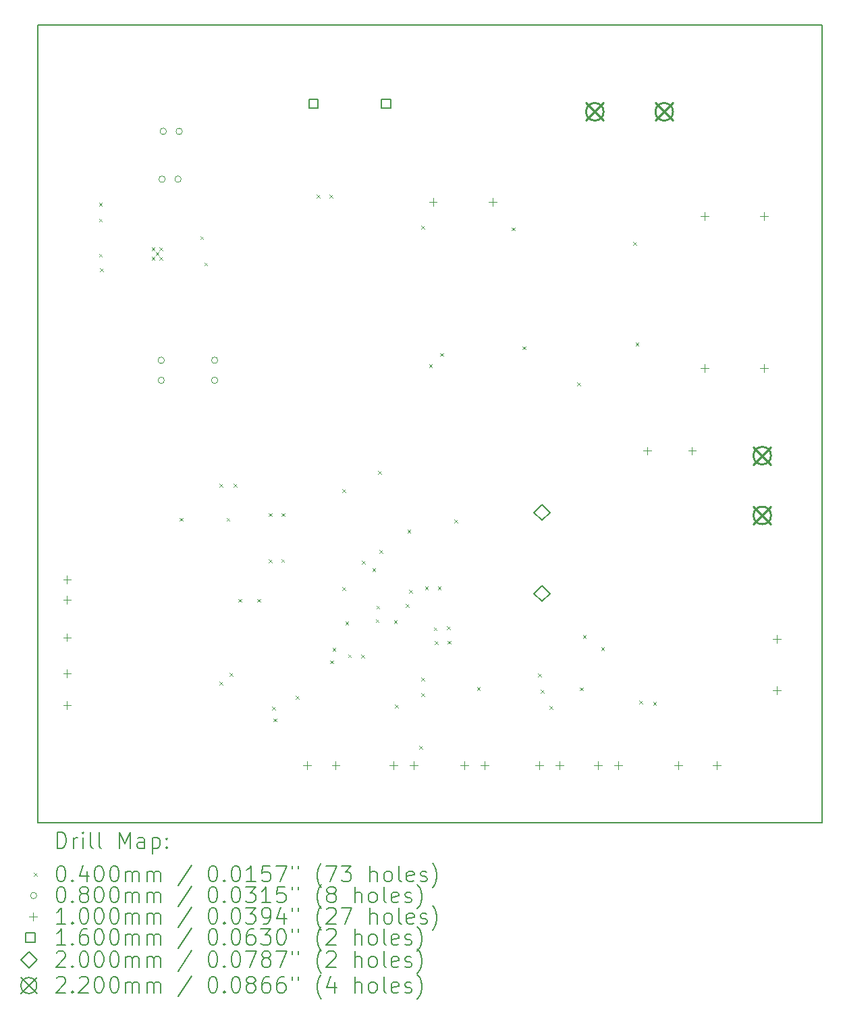
<source format=gbr>
%FSLAX45Y45*%
G04 Gerber Fmt 4.5, Leading zero omitted, Abs format (unit mm)*
G04 Created by KiCad (PCBNEW (6.0.1)) date 2022-03-29 14:06:04*
%MOMM*%
%LPD*%
G01*
G04 APERTURE LIST*
%TA.AperFunction,Profile*%
%ADD10C,0.200000*%
%TD*%
%ADD11C,0.200000*%
%ADD12C,0.040000*%
%ADD13C,0.080000*%
%ADD14C,0.100000*%
%ADD15C,0.160000*%
%ADD16C,0.220000*%
G04 APERTURE END LIST*
D10*
X18700000Y-5200000D02*
X8860000Y-5200000D01*
X8860000Y-5200000D02*
X8860000Y-15200000D01*
X8860000Y-15200000D02*
X18700000Y-15200000D01*
X18700000Y-15200000D02*
X18700000Y-5200000D01*
D11*
D12*
X9630000Y-7430000D02*
X9670000Y-7470000D01*
X9670000Y-7430000D02*
X9630000Y-7470000D01*
X9630000Y-7630000D02*
X9670000Y-7670000D01*
X9670000Y-7630000D02*
X9630000Y-7670000D01*
X9630000Y-8070000D02*
X9670000Y-8110000D01*
X9670000Y-8070000D02*
X9630000Y-8110000D01*
X9640000Y-8250000D02*
X9680000Y-8290000D01*
X9680000Y-8250000D02*
X9640000Y-8290000D01*
X10290000Y-7990000D02*
X10330000Y-8030000D01*
X10330000Y-7990000D02*
X10290000Y-8030000D01*
X10290000Y-8110000D02*
X10330000Y-8150000D01*
X10330000Y-8110000D02*
X10290000Y-8150000D01*
X10340000Y-8050000D02*
X10380000Y-8090000D01*
X10380000Y-8050000D02*
X10340000Y-8090000D01*
X10390000Y-7990000D02*
X10430000Y-8030000D01*
X10430000Y-7990000D02*
X10390000Y-8030000D01*
X10390000Y-8110000D02*
X10430000Y-8150000D01*
X10430000Y-8110000D02*
X10390000Y-8150000D01*
X10640000Y-11380000D02*
X10680000Y-11420000D01*
X10680000Y-11380000D02*
X10640000Y-11420000D01*
X10900000Y-7850000D02*
X10940000Y-7890000D01*
X10940000Y-7850000D02*
X10900000Y-7890000D01*
X10950000Y-8180000D02*
X10990000Y-8220000D01*
X10990000Y-8180000D02*
X10950000Y-8220000D01*
X11140000Y-10950000D02*
X11180000Y-10990000D01*
X11180000Y-10950000D02*
X11140000Y-10990000D01*
X11140000Y-13430000D02*
X11180000Y-13470000D01*
X11180000Y-13430000D02*
X11140000Y-13470000D01*
X11230000Y-11380000D02*
X11270000Y-11420000D01*
X11270000Y-11380000D02*
X11230000Y-11420000D01*
X11270000Y-13320000D02*
X11310000Y-13360000D01*
X11310000Y-13320000D02*
X11270000Y-13360000D01*
X11320000Y-10950000D02*
X11360000Y-10990000D01*
X11360000Y-10950000D02*
X11320000Y-10990000D01*
X11381000Y-12396000D02*
X11421000Y-12436000D01*
X11421000Y-12396000D02*
X11381000Y-12436000D01*
X11614373Y-12395373D02*
X11654373Y-12435373D01*
X11654373Y-12395373D02*
X11614373Y-12435373D01*
X11759000Y-11321000D02*
X11799000Y-11361000D01*
X11799000Y-11321000D02*
X11759000Y-11361000D01*
X11761000Y-11898000D02*
X11801000Y-11938000D01*
X11801000Y-11898000D02*
X11761000Y-11938000D01*
X11800000Y-13745050D02*
X11840000Y-13785050D01*
X11840000Y-13745050D02*
X11800000Y-13785050D01*
X11820000Y-13894950D02*
X11860000Y-13934950D01*
X11860000Y-13894950D02*
X11820000Y-13934950D01*
X11915000Y-11897000D02*
X11955000Y-11937000D01*
X11955000Y-11897000D02*
X11915000Y-11937000D01*
X11922000Y-11321000D02*
X11962000Y-11361000D01*
X11962000Y-11321000D02*
X11922000Y-11361000D01*
X12100000Y-13610000D02*
X12140000Y-13650000D01*
X12140000Y-13610000D02*
X12100000Y-13650000D01*
X12360000Y-7330000D02*
X12400000Y-7370000D01*
X12400000Y-7330000D02*
X12360000Y-7370000D01*
X12520000Y-7330000D02*
X12560000Y-7370000D01*
X12560000Y-7330000D02*
X12520000Y-7370000D01*
X12530000Y-13165950D02*
X12570000Y-13205950D01*
X12570000Y-13165950D02*
X12530000Y-13205950D01*
X12560000Y-13010000D02*
X12600000Y-13050000D01*
X12600000Y-13010000D02*
X12560000Y-13050000D01*
X12680000Y-11020000D02*
X12720000Y-11060000D01*
X12720000Y-11020000D02*
X12680000Y-11060000D01*
X12680000Y-12250000D02*
X12720000Y-12290000D01*
X12720000Y-12250000D02*
X12680000Y-12290000D01*
X12720000Y-12680000D02*
X12760000Y-12720000D01*
X12760000Y-12680000D02*
X12720000Y-12720000D01*
X12753800Y-13091000D02*
X12793800Y-13131000D01*
X12793800Y-13091000D02*
X12753800Y-13131000D01*
X12920000Y-13095000D02*
X12960000Y-13135000D01*
X12960000Y-13095000D02*
X12920000Y-13135000D01*
X12929502Y-11916502D02*
X12969502Y-11956502D01*
X12969502Y-11916502D02*
X12929502Y-11956502D01*
X13058000Y-12010000D02*
X13098000Y-12050000D01*
X13098000Y-12010000D02*
X13058000Y-12050000D01*
X13100000Y-12650000D02*
X13140000Y-12690000D01*
X13140000Y-12650000D02*
X13100000Y-12690000D01*
X13110000Y-12480000D02*
X13150000Y-12520000D01*
X13150000Y-12480000D02*
X13110000Y-12520000D01*
X13130000Y-10790000D02*
X13170000Y-10830000D01*
X13170000Y-10790000D02*
X13130000Y-10830000D01*
X13150000Y-11780000D02*
X13190000Y-11820000D01*
X13190000Y-11780000D02*
X13150000Y-11820000D01*
X13330000Y-12660000D02*
X13370000Y-12700000D01*
X13370000Y-12660000D02*
X13330000Y-12700000D01*
X13340000Y-13720450D02*
X13380000Y-13760450D01*
X13380000Y-13720450D02*
X13340000Y-13760450D01*
X13480000Y-12458450D02*
X13520000Y-12498450D01*
X13520000Y-12458450D02*
X13480000Y-12498450D01*
X13500000Y-11530000D02*
X13540000Y-11570000D01*
X13540000Y-11530000D02*
X13500000Y-11570000D01*
X13520000Y-12280000D02*
X13560000Y-12320000D01*
X13560000Y-12280000D02*
X13520000Y-12320000D01*
X13650000Y-14240000D02*
X13690000Y-14280000D01*
X13690000Y-14240000D02*
X13650000Y-14280000D01*
X13670000Y-7720000D02*
X13710000Y-7760000D01*
X13710000Y-7720000D02*
X13670000Y-7760000D01*
X13670000Y-13580000D02*
X13710000Y-13620000D01*
X13710000Y-13580000D02*
X13670000Y-13620000D01*
X13674950Y-13380000D02*
X13714950Y-13420000D01*
X13714950Y-13380000D02*
X13674950Y-13420000D01*
X13720000Y-12240000D02*
X13760000Y-12280000D01*
X13760000Y-12240000D02*
X13720000Y-12280000D01*
X13770000Y-9455000D02*
X13810000Y-9495000D01*
X13810000Y-9455000D02*
X13770000Y-9495000D01*
X13828877Y-12751123D02*
X13868877Y-12791123D01*
X13868877Y-12751123D02*
X13828877Y-12791123D01*
X13839000Y-12926000D02*
X13879000Y-12966000D01*
X13879000Y-12926000D02*
X13839000Y-12966000D01*
X13880000Y-12240000D02*
X13920000Y-12280000D01*
X13920000Y-12240000D02*
X13880000Y-12280000D01*
X13910000Y-9315000D02*
X13950000Y-9355000D01*
X13950000Y-9315000D02*
X13910000Y-9355000D01*
X13994950Y-12740925D02*
X14034950Y-12780925D01*
X14034950Y-12740925D02*
X13994950Y-12780925D01*
X14000000Y-12920000D02*
X14040000Y-12960000D01*
X14040000Y-12920000D02*
X14000000Y-12960000D01*
X14090000Y-11400000D02*
X14130000Y-11440000D01*
X14130000Y-11400000D02*
X14090000Y-11440000D01*
X14370000Y-13500000D02*
X14410000Y-13540000D01*
X14410000Y-13500000D02*
X14370000Y-13540000D01*
X14810000Y-7740000D02*
X14850000Y-7780000D01*
X14850000Y-7740000D02*
X14810000Y-7780000D01*
X14940000Y-9230000D02*
X14980000Y-9270000D01*
X14980000Y-9230000D02*
X14940000Y-9270000D01*
X15140000Y-13330000D02*
X15180000Y-13370000D01*
X15180000Y-13330000D02*
X15140000Y-13370000D01*
X15172000Y-13534000D02*
X15212000Y-13574000D01*
X15212000Y-13534000D02*
X15172000Y-13574000D01*
X15280000Y-13740000D02*
X15320000Y-13780000D01*
X15320000Y-13740000D02*
X15280000Y-13780000D01*
X15630000Y-9680000D02*
X15670000Y-9720000D01*
X15670000Y-9680000D02*
X15630000Y-9720000D01*
X15665000Y-13506000D02*
X15705000Y-13546000D01*
X15705000Y-13506000D02*
X15665000Y-13546000D01*
X15700000Y-12850000D02*
X15740000Y-12890000D01*
X15740000Y-12850000D02*
X15700000Y-12890000D01*
X15930000Y-13000000D02*
X15970000Y-13040000D01*
X15970000Y-13000000D02*
X15930000Y-13040000D01*
X16330000Y-7920000D02*
X16370000Y-7960000D01*
X16370000Y-7920000D02*
X16330000Y-7960000D01*
X16360000Y-9180000D02*
X16400000Y-9220000D01*
X16400000Y-9180000D02*
X16360000Y-9220000D01*
X16410000Y-13670000D02*
X16450000Y-13710000D01*
X16450000Y-13670000D02*
X16410000Y-13710000D01*
X16580000Y-13690000D02*
X16620000Y-13730000D01*
X16620000Y-13690000D02*
X16580000Y-13730000D01*
D13*
X10450000Y-9405511D02*
G75*
G03*
X10450000Y-9405511I-40000J0D01*
G01*
X10450000Y-9655511D02*
G75*
G03*
X10450000Y-9655511I-40000J0D01*
G01*
X10461023Y-7135000D02*
G75*
G03*
X10461023Y-7135000I-40000J0D01*
G01*
X10475511Y-6535000D02*
G75*
G03*
X10475511Y-6535000I-40000J0D01*
G01*
X10661023Y-7135000D02*
G75*
G03*
X10661023Y-7135000I-40000J0D01*
G01*
X10675511Y-6535000D02*
G75*
G03*
X10675511Y-6535000I-40000J0D01*
G01*
X11121000Y-9405000D02*
G75*
G03*
X11121000Y-9405000I-40000J0D01*
G01*
X11121000Y-9655000D02*
G75*
G03*
X11121000Y-9655000I-40000J0D01*
G01*
D14*
X9230000Y-12100000D02*
X9230000Y-12200000D01*
X9180000Y-12150000D02*
X9280000Y-12150000D01*
X9230000Y-12354000D02*
X9230000Y-12454000D01*
X9180000Y-12404000D02*
X9280000Y-12404000D01*
X9230000Y-12827500D02*
X9230000Y-12927500D01*
X9180000Y-12877500D02*
X9280000Y-12877500D01*
X9230000Y-13277500D02*
X9230000Y-13377500D01*
X9180000Y-13327500D02*
X9280000Y-13327500D01*
X9230000Y-13677500D02*
X9230000Y-13777500D01*
X9180000Y-13727500D02*
X9280000Y-13727500D01*
X12240000Y-14430000D02*
X12240000Y-14530000D01*
X12190000Y-14480000D02*
X12290000Y-14480000D01*
X12600000Y-14430000D02*
X12600000Y-14530000D01*
X12550000Y-14480000D02*
X12650000Y-14480000D01*
X13322500Y-14430000D02*
X13322500Y-14530000D01*
X13272500Y-14480000D02*
X13372500Y-14480000D01*
X13576500Y-14430000D02*
X13576500Y-14530000D01*
X13526500Y-14480000D02*
X13626500Y-14480000D01*
X13820000Y-7370000D02*
X13820000Y-7470000D01*
X13770000Y-7420000D02*
X13870000Y-7420000D01*
X14213500Y-14430000D02*
X14213500Y-14530000D01*
X14163500Y-14480000D02*
X14263500Y-14480000D01*
X14467500Y-14430000D02*
X14467500Y-14530000D01*
X14417500Y-14480000D02*
X14517500Y-14480000D01*
X14570000Y-7370000D02*
X14570000Y-7470000D01*
X14520000Y-7420000D02*
X14620000Y-7420000D01*
X15152500Y-14430000D02*
X15152500Y-14530000D01*
X15102500Y-14480000D02*
X15202500Y-14480000D01*
X15406500Y-14430000D02*
X15406500Y-14530000D01*
X15356500Y-14480000D02*
X15456500Y-14480000D01*
X15892500Y-14430000D02*
X15892500Y-14530000D01*
X15842500Y-14480000D02*
X15942500Y-14480000D01*
X16146500Y-14430000D02*
X16146500Y-14530000D01*
X16096500Y-14480000D02*
X16196500Y-14480000D01*
X16510000Y-10490000D02*
X16510000Y-10590000D01*
X16460000Y-10540000D02*
X16560000Y-10540000D01*
X16900000Y-14430000D02*
X16900000Y-14530000D01*
X16850000Y-14480000D02*
X16950000Y-14480000D01*
X17070000Y-10490000D02*
X17070000Y-10590000D01*
X17020000Y-10540000D02*
X17120000Y-10540000D01*
X17225000Y-7550000D02*
X17225000Y-7650000D01*
X17175000Y-7600000D02*
X17275000Y-7600000D01*
X17225000Y-9450000D02*
X17225000Y-9550000D01*
X17175000Y-9500000D02*
X17275000Y-9500000D01*
X17380000Y-14430000D02*
X17380000Y-14530000D01*
X17330000Y-14480000D02*
X17430000Y-14480000D01*
X17975000Y-7550000D02*
X17975000Y-7650000D01*
X17925000Y-7600000D02*
X18025000Y-7600000D01*
X17975000Y-9450000D02*
X17975000Y-9550000D01*
X17925000Y-9500000D02*
X18025000Y-9500000D01*
X18130000Y-12850000D02*
X18130000Y-12950000D01*
X18080000Y-12900000D02*
X18180000Y-12900000D01*
X18130000Y-13490000D02*
X18130000Y-13590000D01*
X18080000Y-13540000D02*
X18180000Y-13540000D01*
D15*
X12376569Y-6246569D02*
X12376569Y-6133431D01*
X12263431Y-6133431D01*
X12263431Y-6246569D01*
X12376569Y-6246569D01*
X13286569Y-6246569D02*
X13286569Y-6133431D01*
X13173431Y-6133431D01*
X13173431Y-6246569D01*
X13286569Y-6246569D01*
D11*
X15185000Y-11412000D02*
X15285000Y-11312000D01*
X15185000Y-11212000D01*
X15085000Y-11312000D01*
X15185000Y-11412000D01*
X15185000Y-12428000D02*
X15285000Y-12328000D01*
X15185000Y-12228000D01*
X15085000Y-12328000D01*
X15185000Y-12428000D01*
D16*
X15740000Y-6180000D02*
X15960000Y-6400000D01*
X15960000Y-6180000D02*
X15740000Y-6400000D01*
X15960000Y-6290000D02*
G75*
G03*
X15960000Y-6290000I-110000J0D01*
G01*
X16610000Y-6180000D02*
X16830000Y-6400000D01*
X16830000Y-6180000D02*
X16610000Y-6400000D01*
X16830000Y-6290000D02*
G75*
G03*
X16830000Y-6290000I-110000J0D01*
G01*
X17840000Y-10490000D02*
X18060000Y-10710000D01*
X18060000Y-10490000D02*
X17840000Y-10710000D01*
X18060000Y-10600000D02*
G75*
G03*
X18060000Y-10600000I-110000J0D01*
G01*
X17840000Y-11240000D02*
X18060000Y-11460000D01*
X18060000Y-11240000D02*
X17840000Y-11460000D01*
X18060000Y-11350000D02*
G75*
G03*
X18060000Y-11350000I-110000J0D01*
G01*
D11*
X9107619Y-15520476D02*
X9107619Y-15320476D01*
X9155238Y-15320476D01*
X9183810Y-15330000D01*
X9202857Y-15349048D01*
X9212381Y-15368095D01*
X9221905Y-15406190D01*
X9221905Y-15434762D01*
X9212381Y-15472857D01*
X9202857Y-15491905D01*
X9183810Y-15510952D01*
X9155238Y-15520476D01*
X9107619Y-15520476D01*
X9307619Y-15520476D02*
X9307619Y-15387143D01*
X9307619Y-15425238D02*
X9317143Y-15406190D01*
X9326667Y-15396667D01*
X9345714Y-15387143D01*
X9364762Y-15387143D01*
X9431429Y-15520476D02*
X9431429Y-15387143D01*
X9431429Y-15320476D02*
X9421905Y-15330000D01*
X9431429Y-15339524D01*
X9440952Y-15330000D01*
X9431429Y-15320476D01*
X9431429Y-15339524D01*
X9555238Y-15520476D02*
X9536190Y-15510952D01*
X9526667Y-15491905D01*
X9526667Y-15320476D01*
X9660000Y-15520476D02*
X9640952Y-15510952D01*
X9631429Y-15491905D01*
X9631429Y-15320476D01*
X9888571Y-15520476D02*
X9888571Y-15320476D01*
X9955238Y-15463333D01*
X10021905Y-15320476D01*
X10021905Y-15520476D01*
X10202857Y-15520476D02*
X10202857Y-15415714D01*
X10193333Y-15396667D01*
X10174286Y-15387143D01*
X10136190Y-15387143D01*
X10117143Y-15396667D01*
X10202857Y-15510952D02*
X10183810Y-15520476D01*
X10136190Y-15520476D01*
X10117143Y-15510952D01*
X10107619Y-15491905D01*
X10107619Y-15472857D01*
X10117143Y-15453809D01*
X10136190Y-15444286D01*
X10183810Y-15444286D01*
X10202857Y-15434762D01*
X10298095Y-15387143D02*
X10298095Y-15587143D01*
X10298095Y-15396667D02*
X10317143Y-15387143D01*
X10355238Y-15387143D01*
X10374286Y-15396667D01*
X10383810Y-15406190D01*
X10393333Y-15425238D01*
X10393333Y-15482381D01*
X10383810Y-15501428D01*
X10374286Y-15510952D01*
X10355238Y-15520476D01*
X10317143Y-15520476D01*
X10298095Y-15510952D01*
X10479048Y-15501428D02*
X10488571Y-15510952D01*
X10479048Y-15520476D01*
X10469524Y-15510952D01*
X10479048Y-15501428D01*
X10479048Y-15520476D01*
X10479048Y-15396667D02*
X10488571Y-15406190D01*
X10479048Y-15415714D01*
X10469524Y-15406190D01*
X10479048Y-15396667D01*
X10479048Y-15415714D01*
D12*
X8810000Y-15830000D02*
X8850000Y-15870000D01*
X8850000Y-15830000D02*
X8810000Y-15870000D01*
D11*
X9145714Y-15740476D02*
X9164762Y-15740476D01*
X9183810Y-15750000D01*
X9193333Y-15759524D01*
X9202857Y-15778571D01*
X9212381Y-15816667D01*
X9212381Y-15864286D01*
X9202857Y-15902381D01*
X9193333Y-15921428D01*
X9183810Y-15930952D01*
X9164762Y-15940476D01*
X9145714Y-15940476D01*
X9126667Y-15930952D01*
X9117143Y-15921428D01*
X9107619Y-15902381D01*
X9098095Y-15864286D01*
X9098095Y-15816667D01*
X9107619Y-15778571D01*
X9117143Y-15759524D01*
X9126667Y-15750000D01*
X9145714Y-15740476D01*
X9298095Y-15921428D02*
X9307619Y-15930952D01*
X9298095Y-15940476D01*
X9288571Y-15930952D01*
X9298095Y-15921428D01*
X9298095Y-15940476D01*
X9479048Y-15807143D02*
X9479048Y-15940476D01*
X9431429Y-15730952D02*
X9383810Y-15873809D01*
X9507619Y-15873809D01*
X9621905Y-15740476D02*
X9640952Y-15740476D01*
X9660000Y-15750000D01*
X9669524Y-15759524D01*
X9679048Y-15778571D01*
X9688571Y-15816667D01*
X9688571Y-15864286D01*
X9679048Y-15902381D01*
X9669524Y-15921428D01*
X9660000Y-15930952D01*
X9640952Y-15940476D01*
X9621905Y-15940476D01*
X9602857Y-15930952D01*
X9593333Y-15921428D01*
X9583810Y-15902381D01*
X9574286Y-15864286D01*
X9574286Y-15816667D01*
X9583810Y-15778571D01*
X9593333Y-15759524D01*
X9602857Y-15750000D01*
X9621905Y-15740476D01*
X9812381Y-15740476D02*
X9831429Y-15740476D01*
X9850476Y-15750000D01*
X9860000Y-15759524D01*
X9869524Y-15778571D01*
X9879048Y-15816667D01*
X9879048Y-15864286D01*
X9869524Y-15902381D01*
X9860000Y-15921428D01*
X9850476Y-15930952D01*
X9831429Y-15940476D01*
X9812381Y-15940476D01*
X9793333Y-15930952D01*
X9783810Y-15921428D01*
X9774286Y-15902381D01*
X9764762Y-15864286D01*
X9764762Y-15816667D01*
X9774286Y-15778571D01*
X9783810Y-15759524D01*
X9793333Y-15750000D01*
X9812381Y-15740476D01*
X9964762Y-15940476D02*
X9964762Y-15807143D01*
X9964762Y-15826190D02*
X9974286Y-15816667D01*
X9993333Y-15807143D01*
X10021905Y-15807143D01*
X10040952Y-15816667D01*
X10050476Y-15835714D01*
X10050476Y-15940476D01*
X10050476Y-15835714D02*
X10060000Y-15816667D01*
X10079048Y-15807143D01*
X10107619Y-15807143D01*
X10126667Y-15816667D01*
X10136190Y-15835714D01*
X10136190Y-15940476D01*
X10231429Y-15940476D02*
X10231429Y-15807143D01*
X10231429Y-15826190D02*
X10240952Y-15816667D01*
X10260000Y-15807143D01*
X10288571Y-15807143D01*
X10307619Y-15816667D01*
X10317143Y-15835714D01*
X10317143Y-15940476D01*
X10317143Y-15835714D02*
X10326667Y-15816667D01*
X10345714Y-15807143D01*
X10374286Y-15807143D01*
X10393333Y-15816667D01*
X10402857Y-15835714D01*
X10402857Y-15940476D01*
X10793333Y-15730952D02*
X10621905Y-15988095D01*
X11050476Y-15740476D02*
X11069524Y-15740476D01*
X11088571Y-15750000D01*
X11098095Y-15759524D01*
X11107619Y-15778571D01*
X11117143Y-15816667D01*
X11117143Y-15864286D01*
X11107619Y-15902381D01*
X11098095Y-15921428D01*
X11088571Y-15930952D01*
X11069524Y-15940476D01*
X11050476Y-15940476D01*
X11031429Y-15930952D01*
X11021905Y-15921428D01*
X11012381Y-15902381D01*
X11002857Y-15864286D01*
X11002857Y-15816667D01*
X11012381Y-15778571D01*
X11021905Y-15759524D01*
X11031429Y-15750000D01*
X11050476Y-15740476D01*
X11202857Y-15921428D02*
X11212381Y-15930952D01*
X11202857Y-15940476D01*
X11193333Y-15930952D01*
X11202857Y-15921428D01*
X11202857Y-15940476D01*
X11336190Y-15740476D02*
X11355238Y-15740476D01*
X11374286Y-15750000D01*
X11383809Y-15759524D01*
X11393333Y-15778571D01*
X11402857Y-15816667D01*
X11402857Y-15864286D01*
X11393333Y-15902381D01*
X11383809Y-15921428D01*
X11374286Y-15930952D01*
X11355238Y-15940476D01*
X11336190Y-15940476D01*
X11317143Y-15930952D01*
X11307619Y-15921428D01*
X11298095Y-15902381D01*
X11288571Y-15864286D01*
X11288571Y-15816667D01*
X11298095Y-15778571D01*
X11307619Y-15759524D01*
X11317143Y-15750000D01*
X11336190Y-15740476D01*
X11593333Y-15940476D02*
X11479048Y-15940476D01*
X11536190Y-15940476D02*
X11536190Y-15740476D01*
X11517143Y-15769048D01*
X11498095Y-15788095D01*
X11479048Y-15797619D01*
X11774286Y-15740476D02*
X11679048Y-15740476D01*
X11669524Y-15835714D01*
X11679048Y-15826190D01*
X11698095Y-15816667D01*
X11745714Y-15816667D01*
X11764762Y-15826190D01*
X11774286Y-15835714D01*
X11783809Y-15854762D01*
X11783809Y-15902381D01*
X11774286Y-15921428D01*
X11764762Y-15930952D01*
X11745714Y-15940476D01*
X11698095Y-15940476D01*
X11679048Y-15930952D01*
X11669524Y-15921428D01*
X11850476Y-15740476D02*
X11983809Y-15740476D01*
X11898095Y-15940476D01*
X12050476Y-15740476D02*
X12050476Y-15778571D01*
X12126667Y-15740476D02*
X12126667Y-15778571D01*
X12421905Y-16016667D02*
X12412381Y-16007143D01*
X12393333Y-15978571D01*
X12383809Y-15959524D01*
X12374286Y-15930952D01*
X12364762Y-15883333D01*
X12364762Y-15845238D01*
X12374286Y-15797619D01*
X12383809Y-15769048D01*
X12393333Y-15750000D01*
X12412381Y-15721428D01*
X12421905Y-15711905D01*
X12479048Y-15740476D02*
X12612381Y-15740476D01*
X12526667Y-15940476D01*
X12669524Y-15740476D02*
X12793333Y-15740476D01*
X12726667Y-15816667D01*
X12755238Y-15816667D01*
X12774286Y-15826190D01*
X12783809Y-15835714D01*
X12793333Y-15854762D01*
X12793333Y-15902381D01*
X12783809Y-15921428D01*
X12774286Y-15930952D01*
X12755238Y-15940476D01*
X12698095Y-15940476D01*
X12679048Y-15930952D01*
X12669524Y-15921428D01*
X13031428Y-15940476D02*
X13031428Y-15740476D01*
X13117143Y-15940476D02*
X13117143Y-15835714D01*
X13107619Y-15816667D01*
X13088571Y-15807143D01*
X13060000Y-15807143D01*
X13040952Y-15816667D01*
X13031428Y-15826190D01*
X13240952Y-15940476D02*
X13221905Y-15930952D01*
X13212381Y-15921428D01*
X13202857Y-15902381D01*
X13202857Y-15845238D01*
X13212381Y-15826190D01*
X13221905Y-15816667D01*
X13240952Y-15807143D01*
X13269524Y-15807143D01*
X13288571Y-15816667D01*
X13298095Y-15826190D01*
X13307619Y-15845238D01*
X13307619Y-15902381D01*
X13298095Y-15921428D01*
X13288571Y-15930952D01*
X13269524Y-15940476D01*
X13240952Y-15940476D01*
X13421905Y-15940476D02*
X13402857Y-15930952D01*
X13393333Y-15911905D01*
X13393333Y-15740476D01*
X13574286Y-15930952D02*
X13555238Y-15940476D01*
X13517143Y-15940476D01*
X13498095Y-15930952D01*
X13488571Y-15911905D01*
X13488571Y-15835714D01*
X13498095Y-15816667D01*
X13517143Y-15807143D01*
X13555238Y-15807143D01*
X13574286Y-15816667D01*
X13583809Y-15835714D01*
X13583809Y-15854762D01*
X13488571Y-15873809D01*
X13660000Y-15930952D02*
X13679048Y-15940476D01*
X13717143Y-15940476D01*
X13736190Y-15930952D01*
X13745714Y-15911905D01*
X13745714Y-15902381D01*
X13736190Y-15883333D01*
X13717143Y-15873809D01*
X13688571Y-15873809D01*
X13669524Y-15864286D01*
X13660000Y-15845238D01*
X13660000Y-15835714D01*
X13669524Y-15816667D01*
X13688571Y-15807143D01*
X13717143Y-15807143D01*
X13736190Y-15816667D01*
X13812381Y-16016667D02*
X13821905Y-16007143D01*
X13840952Y-15978571D01*
X13850476Y-15959524D01*
X13860000Y-15930952D01*
X13869524Y-15883333D01*
X13869524Y-15845238D01*
X13860000Y-15797619D01*
X13850476Y-15769048D01*
X13840952Y-15750000D01*
X13821905Y-15721428D01*
X13812381Y-15711905D01*
D13*
X8850000Y-16114000D02*
G75*
G03*
X8850000Y-16114000I-40000J0D01*
G01*
D11*
X9145714Y-16004476D02*
X9164762Y-16004476D01*
X9183810Y-16014000D01*
X9193333Y-16023524D01*
X9202857Y-16042571D01*
X9212381Y-16080667D01*
X9212381Y-16128286D01*
X9202857Y-16166381D01*
X9193333Y-16185428D01*
X9183810Y-16194952D01*
X9164762Y-16204476D01*
X9145714Y-16204476D01*
X9126667Y-16194952D01*
X9117143Y-16185428D01*
X9107619Y-16166381D01*
X9098095Y-16128286D01*
X9098095Y-16080667D01*
X9107619Y-16042571D01*
X9117143Y-16023524D01*
X9126667Y-16014000D01*
X9145714Y-16004476D01*
X9298095Y-16185428D02*
X9307619Y-16194952D01*
X9298095Y-16204476D01*
X9288571Y-16194952D01*
X9298095Y-16185428D01*
X9298095Y-16204476D01*
X9421905Y-16090190D02*
X9402857Y-16080667D01*
X9393333Y-16071143D01*
X9383810Y-16052095D01*
X9383810Y-16042571D01*
X9393333Y-16023524D01*
X9402857Y-16014000D01*
X9421905Y-16004476D01*
X9460000Y-16004476D01*
X9479048Y-16014000D01*
X9488571Y-16023524D01*
X9498095Y-16042571D01*
X9498095Y-16052095D01*
X9488571Y-16071143D01*
X9479048Y-16080667D01*
X9460000Y-16090190D01*
X9421905Y-16090190D01*
X9402857Y-16099714D01*
X9393333Y-16109238D01*
X9383810Y-16128286D01*
X9383810Y-16166381D01*
X9393333Y-16185428D01*
X9402857Y-16194952D01*
X9421905Y-16204476D01*
X9460000Y-16204476D01*
X9479048Y-16194952D01*
X9488571Y-16185428D01*
X9498095Y-16166381D01*
X9498095Y-16128286D01*
X9488571Y-16109238D01*
X9479048Y-16099714D01*
X9460000Y-16090190D01*
X9621905Y-16004476D02*
X9640952Y-16004476D01*
X9660000Y-16014000D01*
X9669524Y-16023524D01*
X9679048Y-16042571D01*
X9688571Y-16080667D01*
X9688571Y-16128286D01*
X9679048Y-16166381D01*
X9669524Y-16185428D01*
X9660000Y-16194952D01*
X9640952Y-16204476D01*
X9621905Y-16204476D01*
X9602857Y-16194952D01*
X9593333Y-16185428D01*
X9583810Y-16166381D01*
X9574286Y-16128286D01*
X9574286Y-16080667D01*
X9583810Y-16042571D01*
X9593333Y-16023524D01*
X9602857Y-16014000D01*
X9621905Y-16004476D01*
X9812381Y-16004476D02*
X9831429Y-16004476D01*
X9850476Y-16014000D01*
X9860000Y-16023524D01*
X9869524Y-16042571D01*
X9879048Y-16080667D01*
X9879048Y-16128286D01*
X9869524Y-16166381D01*
X9860000Y-16185428D01*
X9850476Y-16194952D01*
X9831429Y-16204476D01*
X9812381Y-16204476D01*
X9793333Y-16194952D01*
X9783810Y-16185428D01*
X9774286Y-16166381D01*
X9764762Y-16128286D01*
X9764762Y-16080667D01*
X9774286Y-16042571D01*
X9783810Y-16023524D01*
X9793333Y-16014000D01*
X9812381Y-16004476D01*
X9964762Y-16204476D02*
X9964762Y-16071143D01*
X9964762Y-16090190D02*
X9974286Y-16080667D01*
X9993333Y-16071143D01*
X10021905Y-16071143D01*
X10040952Y-16080667D01*
X10050476Y-16099714D01*
X10050476Y-16204476D01*
X10050476Y-16099714D02*
X10060000Y-16080667D01*
X10079048Y-16071143D01*
X10107619Y-16071143D01*
X10126667Y-16080667D01*
X10136190Y-16099714D01*
X10136190Y-16204476D01*
X10231429Y-16204476D02*
X10231429Y-16071143D01*
X10231429Y-16090190D02*
X10240952Y-16080667D01*
X10260000Y-16071143D01*
X10288571Y-16071143D01*
X10307619Y-16080667D01*
X10317143Y-16099714D01*
X10317143Y-16204476D01*
X10317143Y-16099714D02*
X10326667Y-16080667D01*
X10345714Y-16071143D01*
X10374286Y-16071143D01*
X10393333Y-16080667D01*
X10402857Y-16099714D01*
X10402857Y-16204476D01*
X10793333Y-15994952D02*
X10621905Y-16252095D01*
X11050476Y-16004476D02*
X11069524Y-16004476D01*
X11088571Y-16014000D01*
X11098095Y-16023524D01*
X11107619Y-16042571D01*
X11117143Y-16080667D01*
X11117143Y-16128286D01*
X11107619Y-16166381D01*
X11098095Y-16185428D01*
X11088571Y-16194952D01*
X11069524Y-16204476D01*
X11050476Y-16204476D01*
X11031429Y-16194952D01*
X11021905Y-16185428D01*
X11012381Y-16166381D01*
X11002857Y-16128286D01*
X11002857Y-16080667D01*
X11012381Y-16042571D01*
X11021905Y-16023524D01*
X11031429Y-16014000D01*
X11050476Y-16004476D01*
X11202857Y-16185428D02*
X11212381Y-16194952D01*
X11202857Y-16204476D01*
X11193333Y-16194952D01*
X11202857Y-16185428D01*
X11202857Y-16204476D01*
X11336190Y-16004476D02*
X11355238Y-16004476D01*
X11374286Y-16014000D01*
X11383809Y-16023524D01*
X11393333Y-16042571D01*
X11402857Y-16080667D01*
X11402857Y-16128286D01*
X11393333Y-16166381D01*
X11383809Y-16185428D01*
X11374286Y-16194952D01*
X11355238Y-16204476D01*
X11336190Y-16204476D01*
X11317143Y-16194952D01*
X11307619Y-16185428D01*
X11298095Y-16166381D01*
X11288571Y-16128286D01*
X11288571Y-16080667D01*
X11298095Y-16042571D01*
X11307619Y-16023524D01*
X11317143Y-16014000D01*
X11336190Y-16004476D01*
X11469524Y-16004476D02*
X11593333Y-16004476D01*
X11526667Y-16080667D01*
X11555238Y-16080667D01*
X11574286Y-16090190D01*
X11583809Y-16099714D01*
X11593333Y-16118762D01*
X11593333Y-16166381D01*
X11583809Y-16185428D01*
X11574286Y-16194952D01*
X11555238Y-16204476D01*
X11498095Y-16204476D01*
X11479048Y-16194952D01*
X11469524Y-16185428D01*
X11783809Y-16204476D02*
X11669524Y-16204476D01*
X11726667Y-16204476D02*
X11726667Y-16004476D01*
X11707619Y-16033048D01*
X11688571Y-16052095D01*
X11669524Y-16061619D01*
X11964762Y-16004476D02*
X11869524Y-16004476D01*
X11860000Y-16099714D01*
X11869524Y-16090190D01*
X11888571Y-16080667D01*
X11936190Y-16080667D01*
X11955238Y-16090190D01*
X11964762Y-16099714D01*
X11974286Y-16118762D01*
X11974286Y-16166381D01*
X11964762Y-16185428D01*
X11955238Y-16194952D01*
X11936190Y-16204476D01*
X11888571Y-16204476D01*
X11869524Y-16194952D01*
X11860000Y-16185428D01*
X12050476Y-16004476D02*
X12050476Y-16042571D01*
X12126667Y-16004476D02*
X12126667Y-16042571D01*
X12421905Y-16280667D02*
X12412381Y-16271143D01*
X12393333Y-16242571D01*
X12383809Y-16223524D01*
X12374286Y-16194952D01*
X12364762Y-16147333D01*
X12364762Y-16109238D01*
X12374286Y-16061619D01*
X12383809Y-16033048D01*
X12393333Y-16014000D01*
X12412381Y-15985428D01*
X12421905Y-15975905D01*
X12526667Y-16090190D02*
X12507619Y-16080667D01*
X12498095Y-16071143D01*
X12488571Y-16052095D01*
X12488571Y-16042571D01*
X12498095Y-16023524D01*
X12507619Y-16014000D01*
X12526667Y-16004476D01*
X12564762Y-16004476D01*
X12583809Y-16014000D01*
X12593333Y-16023524D01*
X12602857Y-16042571D01*
X12602857Y-16052095D01*
X12593333Y-16071143D01*
X12583809Y-16080667D01*
X12564762Y-16090190D01*
X12526667Y-16090190D01*
X12507619Y-16099714D01*
X12498095Y-16109238D01*
X12488571Y-16128286D01*
X12488571Y-16166381D01*
X12498095Y-16185428D01*
X12507619Y-16194952D01*
X12526667Y-16204476D01*
X12564762Y-16204476D01*
X12583809Y-16194952D01*
X12593333Y-16185428D01*
X12602857Y-16166381D01*
X12602857Y-16128286D01*
X12593333Y-16109238D01*
X12583809Y-16099714D01*
X12564762Y-16090190D01*
X12840952Y-16204476D02*
X12840952Y-16004476D01*
X12926667Y-16204476D02*
X12926667Y-16099714D01*
X12917143Y-16080667D01*
X12898095Y-16071143D01*
X12869524Y-16071143D01*
X12850476Y-16080667D01*
X12840952Y-16090190D01*
X13050476Y-16204476D02*
X13031428Y-16194952D01*
X13021905Y-16185428D01*
X13012381Y-16166381D01*
X13012381Y-16109238D01*
X13021905Y-16090190D01*
X13031428Y-16080667D01*
X13050476Y-16071143D01*
X13079048Y-16071143D01*
X13098095Y-16080667D01*
X13107619Y-16090190D01*
X13117143Y-16109238D01*
X13117143Y-16166381D01*
X13107619Y-16185428D01*
X13098095Y-16194952D01*
X13079048Y-16204476D01*
X13050476Y-16204476D01*
X13231428Y-16204476D02*
X13212381Y-16194952D01*
X13202857Y-16175905D01*
X13202857Y-16004476D01*
X13383809Y-16194952D02*
X13364762Y-16204476D01*
X13326667Y-16204476D01*
X13307619Y-16194952D01*
X13298095Y-16175905D01*
X13298095Y-16099714D01*
X13307619Y-16080667D01*
X13326667Y-16071143D01*
X13364762Y-16071143D01*
X13383809Y-16080667D01*
X13393333Y-16099714D01*
X13393333Y-16118762D01*
X13298095Y-16137809D01*
X13469524Y-16194952D02*
X13488571Y-16204476D01*
X13526667Y-16204476D01*
X13545714Y-16194952D01*
X13555238Y-16175905D01*
X13555238Y-16166381D01*
X13545714Y-16147333D01*
X13526667Y-16137809D01*
X13498095Y-16137809D01*
X13479048Y-16128286D01*
X13469524Y-16109238D01*
X13469524Y-16099714D01*
X13479048Y-16080667D01*
X13498095Y-16071143D01*
X13526667Y-16071143D01*
X13545714Y-16080667D01*
X13621905Y-16280667D02*
X13631428Y-16271143D01*
X13650476Y-16242571D01*
X13660000Y-16223524D01*
X13669524Y-16194952D01*
X13679048Y-16147333D01*
X13679048Y-16109238D01*
X13669524Y-16061619D01*
X13660000Y-16033048D01*
X13650476Y-16014000D01*
X13631428Y-15985428D01*
X13621905Y-15975905D01*
D14*
X8800000Y-16328000D02*
X8800000Y-16428000D01*
X8750000Y-16378000D02*
X8850000Y-16378000D01*
D11*
X9212381Y-16468476D02*
X9098095Y-16468476D01*
X9155238Y-16468476D02*
X9155238Y-16268476D01*
X9136190Y-16297048D01*
X9117143Y-16316095D01*
X9098095Y-16325619D01*
X9298095Y-16449428D02*
X9307619Y-16458952D01*
X9298095Y-16468476D01*
X9288571Y-16458952D01*
X9298095Y-16449428D01*
X9298095Y-16468476D01*
X9431429Y-16268476D02*
X9450476Y-16268476D01*
X9469524Y-16278000D01*
X9479048Y-16287524D01*
X9488571Y-16306571D01*
X9498095Y-16344667D01*
X9498095Y-16392286D01*
X9488571Y-16430381D01*
X9479048Y-16449428D01*
X9469524Y-16458952D01*
X9450476Y-16468476D01*
X9431429Y-16468476D01*
X9412381Y-16458952D01*
X9402857Y-16449428D01*
X9393333Y-16430381D01*
X9383810Y-16392286D01*
X9383810Y-16344667D01*
X9393333Y-16306571D01*
X9402857Y-16287524D01*
X9412381Y-16278000D01*
X9431429Y-16268476D01*
X9621905Y-16268476D02*
X9640952Y-16268476D01*
X9660000Y-16278000D01*
X9669524Y-16287524D01*
X9679048Y-16306571D01*
X9688571Y-16344667D01*
X9688571Y-16392286D01*
X9679048Y-16430381D01*
X9669524Y-16449428D01*
X9660000Y-16458952D01*
X9640952Y-16468476D01*
X9621905Y-16468476D01*
X9602857Y-16458952D01*
X9593333Y-16449428D01*
X9583810Y-16430381D01*
X9574286Y-16392286D01*
X9574286Y-16344667D01*
X9583810Y-16306571D01*
X9593333Y-16287524D01*
X9602857Y-16278000D01*
X9621905Y-16268476D01*
X9812381Y-16268476D02*
X9831429Y-16268476D01*
X9850476Y-16278000D01*
X9860000Y-16287524D01*
X9869524Y-16306571D01*
X9879048Y-16344667D01*
X9879048Y-16392286D01*
X9869524Y-16430381D01*
X9860000Y-16449428D01*
X9850476Y-16458952D01*
X9831429Y-16468476D01*
X9812381Y-16468476D01*
X9793333Y-16458952D01*
X9783810Y-16449428D01*
X9774286Y-16430381D01*
X9764762Y-16392286D01*
X9764762Y-16344667D01*
X9774286Y-16306571D01*
X9783810Y-16287524D01*
X9793333Y-16278000D01*
X9812381Y-16268476D01*
X9964762Y-16468476D02*
X9964762Y-16335143D01*
X9964762Y-16354190D02*
X9974286Y-16344667D01*
X9993333Y-16335143D01*
X10021905Y-16335143D01*
X10040952Y-16344667D01*
X10050476Y-16363714D01*
X10050476Y-16468476D01*
X10050476Y-16363714D02*
X10060000Y-16344667D01*
X10079048Y-16335143D01*
X10107619Y-16335143D01*
X10126667Y-16344667D01*
X10136190Y-16363714D01*
X10136190Y-16468476D01*
X10231429Y-16468476D02*
X10231429Y-16335143D01*
X10231429Y-16354190D02*
X10240952Y-16344667D01*
X10260000Y-16335143D01*
X10288571Y-16335143D01*
X10307619Y-16344667D01*
X10317143Y-16363714D01*
X10317143Y-16468476D01*
X10317143Y-16363714D02*
X10326667Y-16344667D01*
X10345714Y-16335143D01*
X10374286Y-16335143D01*
X10393333Y-16344667D01*
X10402857Y-16363714D01*
X10402857Y-16468476D01*
X10793333Y-16258952D02*
X10621905Y-16516095D01*
X11050476Y-16268476D02*
X11069524Y-16268476D01*
X11088571Y-16278000D01*
X11098095Y-16287524D01*
X11107619Y-16306571D01*
X11117143Y-16344667D01*
X11117143Y-16392286D01*
X11107619Y-16430381D01*
X11098095Y-16449428D01*
X11088571Y-16458952D01*
X11069524Y-16468476D01*
X11050476Y-16468476D01*
X11031429Y-16458952D01*
X11021905Y-16449428D01*
X11012381Y-16430381D01*
X11002857Y-16392286D01*
X11002857Y-16344667D01*
X11012381Y-16306571D01*
X11021905Y-16287524D01*
X11031429Y-16278000D01*
X11050476Y-16268476D01*
X11202857Y-16449428D02*
X11212381Y-16458952D01*
X11202857Y-16468476D01*
X11193333Y-16458952D01*
X11202857Y-16449428D01*
X11202857Y-16468476D01*
X11336190Y-16268476D02*
X11355238Y-16268476D01*
X11374286Y-16278000D01*
X11383809Y-16287524D01*
X11393333Y-16306571D01*
X11402857Y-16344667D01*
X11402857Y-16392286D01*
X11393333Y-16430381D01*
X11383809Y-16449428D01*
X11374286Y-16458952D01*
X11355238Y-16468476D01*
X11336190Y-16468476D01*
X11317143Y-16458952D01*
X11307619Y-16449428D01*
X11298095Y-16430381D01*
X11288571Y-16392286D01*
X11288571Y-16344667D01*
X11298095Y-16306571D01*
X11307619Y-16287524D01*
X11317143Y-16278000D01*
X11336190Y-16268476D01*
X11469524Y-16268476D02*
X11593333Y-16268476D01*
X11526667Y-16344667D01*
X11555238Y-16344667D01*
X11574286Y-16354190D01*
X11583809Y-16363714D01*
X11593333Y-16382762D01*
X11593333Y-16430381D01*
X11583809Y-16449428D01*
X11574286Y-16458952D01*
X11555238Y-16468476D01*
X11498095Y-16468476D01*
X11479048Y-16458952D01*
X11469524Y-16449428D01*
X11688571Y-16468476D02*
X11726667Y-16468476D01*
X11745714Y-16458952D01*
X11755238Y-16449428D01*
X11774286Y-16420857D01*
X11783809Y-16382762D01*
X11783809Y-16306571D01*
X11774286Y-16287524D01*
X11764762Y-16278000D01*
X11745714Y-16268476D01*
X11707619Y-16268476D01*
X11688571Y-16278000D01*
X11679048Y-16287524D01*
X11669524Y-16306571D01*
X11669524Y-16354190D01*
X11679048Y-16373238D01*
X11688571Y-16382762D01*
X11707619Y-16392286D01*
X11745714Y-16392286D01*
X11764762Y-16382762D01*
X11774286Y-16373238D01*
X11783809Y-16354190D01*
X11955238Y-16335143D02*
X11955238Y-16468476D01*
X11907619Y-16258952D02*
X11860000Y-16401809D01*
X11983809Y-16401809D01*
X12050476Y-16268476D02*
X12050476Y-16306571D01*
X12126667Y-16268476D02*
X12126667Y-16306571D01*
X12421905Y-16544667D02*
X12412381Y-16535143D01*
X12393333Y-16506571D01*
X12383809Y-16487524D01*
X12374286Y-16458952D01*
X12364762Y-16411333D01*
X12364762Y-16373238D01*
X12374286Y-16325619D01*
X12383809Y-16297048D01*
X12393333Y-16278000D01*
X12412381Y-16249428D01*
X12421905Y-16239905D01*
X12488571Y-16287524D02*
X12498095Y-16278000D01*
X12517143Y-16268476D01*
X12564762Y-16268476D01*
X12583809Y-16278000D01*
X12593333Y-16287524D01*
X12602857Y-16306571D01*
X12602857Y-16325619D01*
X12593333Y-16354190D01*
X12479048Y-16468476D01*
X12602857Y-16468476D01*
X12669524Y-16268476D02*
X12802857Y-16268476D01*
X12717143Y-16468476D01*
X13031428Y-16468476D02*
X13031428Y-16268476D01*
X13117143Y-16468476D02*
X13117143Y-16363714D01*
X13107619Y-16344667D01*
X13088571Y-16335143D01*
X13060000Y-16335143D01*
X13040952Y-16344667D01*
X13031428Y-16354190D01*
X13240952Y-16468476D02*
X13221905Y-16458952D01*
X13212381Y-16449428D01*
X13202857Y-16430381D01*
X13202857Y-16373238D01*
X13212381Y-16354190D01*
X13221905Y-16344667D01*
X13240952Y-16335143D01*
X13269524Y-16335143D01*
X13288571Y-16344667D01*
X13298095Y-16354190D01*
X13307619Y-16373238D01*
X13307619Y-16430381D01*
X13298095Y-16449428D01*
X13288571Y-16458952D01*
X13269524Y-16468476D01*
X13240952Y-16468476D01*
X13421905Y-16468476D02*
X13402857Y-16458952D01*
X13393333Y-16439905D01*
X13393333Y-16268476D01*
X13574286Y-16458952D02*
X13555238Y-16468476D01*
X13517143Y-16468476D01*
X13498095Y-16458952D01*
X13488571Y-16439905D01*
X13488571Y-16363714D01*
X13498095Y-16344667D01*
X13517143Y-16335143D01*
X13555238Y-16335143D01*
X13574286Y-16344667D01*
X13583809Y-16363714D01*
X13583809Y-16382762D01*
X13488571Y-16401809D01*
X13660000Y-16458952D02*
X13679048Y-16468476D01*
X13717143Y-16468476D01*
X13736190Y-16458952D01*
X13745714Y-16439905D01*
X13745714Y-16430381D01*
X13736190Y-16411333D01*
X13717143Y-16401809D01*
X13688571Y-16401809D01*
X13669524Y-16392286D01*
X13660000Y-16373238D01*
X13660000Y-16363714D01*
X13669524Y-16344667D01*
X13688571Y-16335143D01*
X13717143Y-16335143D01*
X13736190Y-16344667D01*
X13812381Y-16544667D02*
X13821905Y-16535143D01*
X13840952Y-16506571D01*
X13850476Y-16487524D01*
X13860000Y-16458952D01*
X13869524Y-16411333D01*
X13869524Y-16373238D01*
X13860000Y-16325619D01*
X13850476Y-16297048D01*
X13840952Y-16278000D01*
X13821905Y-16249428D01*
X13812381Y-16239905D01*
D15*
X8826569Y-16698569D02*
X8826569Y-16585431D01*
X8713431Y-16585431D01*
X8713431Y-16698569D01*
X8826569Y-16698569D01*
D11*
X9212381Y-16732476D02*
X9098095Y-16732476D01*
X9155238Y-16732476D02*
X9155238Y-16532476D01*
X9136190Y-16561048D01*
X9117143Y-16580095D01*
X9098095Y-16589619D01*
X9298095Y-16713428D02*
X9307619Y-16722952D01*
X9298095Y-16732476D01*
X9288571Y-16722952D01*
X9298095Y-16713428D01*
X9298095Y-16732476D01*
X9479048Y-16532476D02*
X9440952Y-16532476D01*
X9421905Y-16542000D01*
X9412381Y-16551524D01*
X9393333Y-16580095D01*
X9383810Y-16618190D01*
X9383810Y-16694381D01*
X9393333Y-16713428D01*
X9402857Y-16722952D01*
X9421905Y-16732476D01*
X9460000Y-16732476D01*
X9479048Y-16722952D01*
X9488571Y-16713428D01*
X9498095Y-16694381D01*
X9498095Y-16646762D01*
X9488571Y-16627714D01*
X9479048Y-16618190D01*
X9460000Y-16608667D01*
X9421905Y-16608667D01*
X9402857Y-16618190D01*
X9393333Y-16627714D01*
X9383810Y-16646762D01*
X9621905Y-16532476D02*
X9640952Y-16532476D01*
X9660000Y-16542000D01*
X9669524Y-16551524D01*
X9679048Y-16570571D01*
X9688571Y-16608667D01*
X9688571Y-16656286D01*
X9679048Y-16694381D01*
X9669524Y-16713428D01*
X9660000Y-16722952D01*
X9640952Y-16732476D01*
X9621905Y-16732476D01*
X9602857Y-16722952D01*
X9593333Y-16713428D01*
X9583810Y-16694381D01*
X9574286Y-16656286D01*
X9574286Y-16608667D01*
X9583810Y-16570571D01*
X9593333Y-16551524D01*
X9602857Y-16542000D01*
X9621905Y-16532476D01*
X9812381Y-16532476D02*
X9831429Y-16532476D01*
X9850476Y-16542000D01*
X9860000Y-16551524D01*
X9869524Y-16570571D01*
X9879048Y-16608667D01*
X9879048Y-16656286D01*
X9869524Y-16694381D01*
X9860000Y-16713428D01*
X9850476Y-16722952D01*
X9831429Y-16732476D01*
X9812381Y-16732476D01*
X9793333Y-16722952D01*
X9783810Y-16713428D01*
X9774286Y-16694381D01*
X9764762Y-16656286D01*
X9764762Y-16608667D01*
X9774286Y-16570571D01*
X9783810Y-16551524D01*
X9793333Y-16542000D01*
X9812381Y-16532476D01*
X9964762Y-16732476D02*
X9964762Y-16599143D01*
X9964762Y-16618190D02*
X9974286Y-16608667D01*
X9993333Y-16599143D01*
X10021905Y-16599143D01*
X10040952Y-16608667D01*
X10050476Y-16627714D01*
X10050476Y-16732476D01*
X10050476Y-16627714D02*
X10060000Y-16608667D01*
X10079048Y-16599143D01*
X10107619Y-16599143D01*
X10126667Y-16608667D01*
X10136190Y-16627714D01*
X10136190Y-16732476D01*
X10231429Y-16732476D02*
X10231429Y-16599143D01*
X10231429Y-16618190D02*
X10240952Y-16608667D01*
X10260000Y-16599143D01*
X10288571Y-16599143D01*
X10307619Y-16608667D01*
X10317143Y-16627714D01*
X10317143Y-16732476D01*
X10317143Y-16627714D02*
X10326667Y-16608667D01*
X10345714Y-16599143D01*
X10374286Y-16599143D01*
X10393333Y-16608667D01*
X10402857Y-16627714D01*
X10402857Y-16732476D01*
X10793333Y-16522952D02*
X10621905Y-16780095D01*
X11050476Y-16532476D02*
X11069524Y-16532476D01*
X11088571Y-16542000D01*
X11098095Y-16551524D01*
X11107619Y-16570571D01*
X11117143Y-16608667D01*
X11117143Y-16656286D01*
X11107619Y-16694381D01*
X11098095Y-16713428D01*
X11088571Y-16722952D01*
X11069524Y-16732476D01*
X11050476Y-16732476D01*
X11031429Y-16722952D01*
X11021905Y-16713428D01*
X11012381Y-16694381D01*
X11002857Y-16656286D01*
X11002857Y-16608667D01*
X11012381Y-16570571D01*
X11021905Y-16551524D01*
X11031429Y-16542000D01*
X11050476Y-16532476D01*
X11202857Y-16713428D02*
X11212381Y-16722952D01*
X11202857Y-16732476D01*
X11193333Y-16722952D01*
X11202857Y-16713428D01*
X11202857Y-16732476D01*
X11336190Y-16532476D02*
X11355238Y-16532476D01*
X11374286Y-16542000D01*
X11383809Y-16551524D01*
X11393333Y-16570571D01*
X11402857Y-16608667D01*
X11402857Y-16656286D01*
X11393333Y-16694381D01*
X11383809Y-16713428D01*
X11374286Y-16722952D01*
X11355238Y-16732476D01*
X11336190Y-16732476D01*
X11317143Y-16722952D01*
X11307619Y-16713428D01*
X11298095Y-16694381D01*
X11288571Y-16656286D01*
X11288571Y-16608667D01*
X11298095Y-16570571D01*
X11307619Y-16551524D01*
X11317143Y-16542000D01*
X11336190Y-16532476D01*
X11574286Y-16532476D02*
X11536190Y-16532476D01*
X11517143Y-16542000D01*
X11507619Y-16551524D01*
X11488571Y-16580095D01*
X11479048Y-16618190D01*
X11479048Y-16694381D01*
X11488571Y-16713428D01*
X11498095Y-16722952D01*
X11517143Y-16732476D01*
X11555238Y-16732476D01*
X11574286Y-16722952D01*
X11583809Y-16713428D01*
X11593333Y-16694381D01*
X11593333Y-16646762D01*
X11583809Y-16627714D01*
X11574286Y-16618190D01*
X11555238Y-16608667D01*
X11517143Y-16608667D01*
X11498095Y-16618190D01*
X11488571Y-16627714D01*
X11479048Y-16646762D01*
X11660000Y-16532476D02*
X11783809Y-16532476D01*
X11717143Y-16608667D01*
X11745714Y-16608667D01*
X11764762Y-16618190D01*
X11774286Y-16627714D01*
X11783809Y-16646762D01*
X11783809Y-16694381D01*
X11774286Y-16713428D01*
X11764762Y-16722952D01*
X11745714Y-16732476D01*
X11688571Y-16732476D01*
X11669524Y-16722952D01*
X11660000Y-16713428D01*
X11907619Y-16532476D02*
X11926667Y-16532476D01*
X11945714Y-16542000D01*
X11955238Y-16551524D01*
X11964762Y-16570571D01*
X11974286Y-16608667D01*
X11974286Y-16656286D01*
X11964762Y-16694381D01*
X11955238Y-16713428D01*
X11945714Y-16722952D01*
X11926667Y-16732476D01*
X11907619Y-16732476D01*
X11888571Y-16722952D01*
X11879048Y-16713428D01*
X11869524Y-16694381D01*
X11860000Y-16656286D01*
X11860000Y-16608667D01*
X11869524Y-16570571D01*
X11879048Y-16551524D01*
X11888571Y-16542000D01*
X11907619Y-16532476D01*
X12050476Y-16532476D02*
X12050476Y-16570571D01*
X12126667Y-16532476D02*
X12126667Y-16570571D01*
X12421905Y-16808667D02*
X12412381Y-16799143D01*
X12393333Y-16770571D01*
X12383809Y-16751524D01*
X12374286Y-16722952D01*
X12364762Y-16675333D01*
X12364762Y-16637238D01*
X12374286Y-16589619D01*
X12383809Y-16561048D01*
X12393333Y-16542000D01*
X12412381Y-16513428D01*
X12421905Y-16503905D01*
X12488571Y-16551524D02*
X12498095Y-16542000D01*
X12517143Y-16532476D01*
X12564762Y-16532476D01*
X12583809Y-16542000D01*
X12593333Y-16551524D01*
X12602857Y-16570571D01*
X12602857Y-16589619D01*
X12593333Y-16618190D01*
X12479048Y-16732476D01*
X12602857Y-16732476D01*
X12840952Y-16732476D02*
X12840952Y-16532476D01*
X12926667Y-16732476D02*
X12926667Y-16627714D01*
X12917143Y-16608667D01*
X12898095Y-16599143D01*
X12869524Y-16599143D01*
X12850476Y-16608667D01*
X12840952Y-16618190D01*
X13050476Y-16732476D02*
X13031428Y-16722952D01*
X13021905Y-16713428D01*
X13012381Y-16694381D01*
X13012381Y-16637238D01*
X13021905Y-16618190D01*
X13031428Y-16608667D01*
X13050476Y-16599143D01*
X13079048Y-16599143D01*
X13098095Y-16608667D01*
X13107619Y-16618190D01*
X13117143Y-16637238D01*
X13117143Y-16694381D01*
X13107619Y-16713428D01*
X13098095Y-16722952D01*
X13079048Y-16732476D01*
X13050476Y-16732476D01*
X13231428Y-16732476D02*
X13212381Y-16722952D01*
X13202857Y-16703905D01*
X13202857Y-16532476D01*
X13383809Y-16722952D02*
X13364762Y-16732476D01*
X13326667Y-16732476D01*
X13307619Y-16722952D01*
X13298095Y-16703905D01*
X13298095Y-16627714D01*
X13307619Y-16608667D01*
X13326667Y-16599143D01*
X13364762Y-16599143D01*
X13383809Y-16608667D01*
X13393333Y-16627714D01*
X13393333Y-16646762D01*
X13298095Y-16665809D01*
X13469524Y-16722952D02*
X13488571Y-16732476D01*
X13526667Y-16732476D01*
X13545714Y-16722952D01*
X13555238Y-16703905D01*
X13555238Y-16694381D01*
X13545714Y-16675333D01*
X13526667Y-16665809D01*
X13498095Y-16665809D01*
X13479048Y-16656286D01*
X13469524Y-16637238D01*
X13469524Y-16627714D01*
X13479048Y-16608667D01*
X13498095Y-16599143D01*
X13526667Y-16599143D01*
X13545714Y-16608667D01*
X13621905Y-16808667D02*
X13631428Y-16799143D01*
X13650476Y-16770571D01*
X13660000Y-16751524D01*
X13669524Y-16722952D01*
X13679048Y-16675333D01*
X13679048Y-16637238D01*
X13669524Y-16589619D01*
X13660000Y-16561048D01*
X13650476Y-16542000D01*
X13631428Y-16513428D01*
X13621905Y-16503905D01*
X8750000Y-17022000D02*
X8850000Y-16922000D01*
X8750000Y-16822000D01*
X8650000Y-16922000D01*
X8750000Y-17022000D01*
X9098095Y-16831524D02*
X9107619Y-16822000D01*
X9126667Y-16812476D01*
X9174286Y-16812476D01*
X9193333Y-16822000D01*
X9202857Y-16831524D01*
X9212381Y-16850571D01*
X9212381Y-16869619D01*
X9202857Y-16898190D01*
X9088571Y-17012476D01*
X9212381Y-17012476D01*
X9298095Y-16993429D02*
X9307619Y-17002952D01*
X9298095Y-17012476D01*
X9288571Y-17002952D01*
X9298095Y-16993429D01*
X9298095Y-17012476D01*
X9431429Y-16812476D02*
X9450476Y-16812476D01*
X9469524Y-16822000D01*
X9479048Y-16831524D01*
X9488571Y-16850571D01*
X9498095Y-16888667D01*
X9498095Y-16936286D01*
X9488571Y-16974381D01*
X9479048Y-16993429D01*
X9469524Y-17002952D01*
X9450476Y-17012476D01*
X9431429Y-17012476D01*
X9412381Y-17002952D01*
X9402857Y-16993429D01*
X9393333Y-16974381D01*
X9383810Y-16936286D01*
X9383810Y-16888667D01*
X9393333Y-16850571D01*
X9402857Y-16831524D01*
X9412381Y-16822000D01*
X9431429Y-16812476D01*
X9621905Y-16812476D02*
X9640952Y-16812476D01*
X9660000Y-16822000D01*
X9669524Y-16831524D01*
X9679048Y-16850571D01*
X9688571Y-16888667D01*
X9688571Y-16936286D01*
X9679048Y-16974381D01*
X9669524Y-16993429D01*
X9660000Y-17002952D01*
X9640952Y-17012476D01*
X9621905Y-17012476D01*
X9602857Y-17002952D01*
X9593333Y-16993429D01*
X9583810Y-16974381D01*
X9574286Y-16936286D01*
X9574286Y-16888667D01*
X9583810Y-16850571D01*
X9593333Y-16831524D01*
X9602857Y-16822000D01*
X9621905Y-16812476D01*
X9812381Y-16812476D02*
X9831429Y-16812476D01*
X9850476Y-16822000D01*
X9860000Y-16831524D01*
X9869524Y-16850571D01*
X9879048Y-16888667D01*
X9879048Y-16936286D01*
X9869524Y-16974381D01*
X9860000Y-16993429D01*
X9850476Y-17002952D01*
X9831429Y-17012476D01*
X9812381Y-17012476D01*
X9793333Y-17002952D01*
X9783810Y-16993429D01*
X9774286Y-16974381D01*
X9764762Y-16936286D01*
X9764762Y-16888667D01*
X9774286Y-16850571D01*
X9783810Y-16831524D01*
X9793333Y-16822000D01*
X9812381Y-16812476D01*
X9964762Y-17012476D02*
X9964762Y-16879143D01*
X9964762Y-16898190D02*
X9974286Y-16888667D01*
X9993333Y-16879143D01*
X10021905Y-16879143D01*
X10040952Y-16888667D01*
X10050476Y-16907714D01*
X10050476Y-17012476D01*
X10050476Y-16907714D02*
X10060000Y-16888667D01*
X10079048Y-16879143D01*
X10107619Y-16879143D01*
X10126667Y-16888667D01*
X10136190Y-16907714D01*
X10136190Y-17012476D01*
X10231429Y-17012476D02*
X10231429Y-16879143D01*
X10231429Y-16898190D02*
X10240952Y-16888667D01*
X10260000Y-16879143D01*
X10288571Y-16879143D01*
X10307619Y-16888667D01*
X10317143Y-16907714D01*
X10317143Y-17012476D01*
X10317143Y-16907714D02*
X10326667Y-16888667D01*
X10345714Y-16879143D01*
X10374286Y-16879143D01*
X10393333Y-16888667D01*
X10402857Y-16907714D01*
X10402857Y-17012476D01*
X10793333Y-16802952D02*
X10621905Y-17060095D01*
X11050476Y-16812476D02*
X11069524Y-16812476D01*
X11088571Y-16822000D01*
X11098095Y-16831524D01*
X11107619Y-16850571D01*
X11117143Y-16888667D01*
X11117143Y-16936286D01*
X11107619Y-16974381D01*
X11098095Y-16993429D01*
X11088571Y-17002952D01*
X11069524Y-17012476D01*
X11050476Y-17012476D01*
X11031429Y-17002952D01*
X11021905Y-16993429D01*
X11012381Y-16974381D01*
X11002857Y-16936286D01*
X11002857Y-16888667D01*
X11012381Y-16850571D01*
X11021905Y-16831524D01*
X11031429Y-16822000D01*
X11050476Y-16812476D01*
X11202857Y-16993429D02*
X11212381Y-17002952D01*
X11202857Y-17012476D01*
X11193333Y-17002952D01*
X11202857Y-16993429D01*
X11202857Y-17012476D01*
X11336190Y-16812476D02*
X11355238Y-16812476D01*
X11374286Y-16822000D01*
X11383809Y-16831524D01*
X11393333Y-16850571D01*
X11402857Y-16888667D01*
X11402857Y-16936286D01*
X11393333Y-16974381D01*
X11383809Y-16993429D01*
X11374286Y-17002952D01*
X11355238Y-17012476D01*
X11336190Y-17012476D01*
X11317143Y-17002952D01*
X11307619Y-16993429D01*
X11298095Y-16974381D01*
X11288571Y-16936286D01*
X11288571Y-16888667D01*
X11298095Y-16850571D01*
X11307619Y-16831524D01*
X11317143Y-16822000D01*
X11336190Y-16812476D01*
X11469524Y-16812476D02*
X11602857Y-16812476D01*
X11517143Y-17012476D01*
X11707619Y-16898190D02*
X11688571Y-16888667D01*
X11679048Y-16879143D01*
X11669524Y-16860095D01*
X11669524Y-16850571D01*
X11679048Y-16831524D01*
X11688571Y-16822000D01*
X11707619Y-16812476D01*
X11745714Y-16812476D01*
X11764762Y-16822000D01*
X11774286Y-16831524D01*
X11783809Y-16850571D01*
X11783809Y-16860095D01*
X11774286Y-16879143D01*
X11764762Y-16888667D01*
X11745714Y-16898190D01*
X11707619Y-16898190D01*
X11688571Y-16907714D01*
X11679048Y-16917238D01*
X11669524Y-16936286D01*
X11669524Y-16974381D01*
X11679048Y-16993429D01*
X11688571Y-17002952D01*
X11707619Y-17012476D01*
X11745714Y-17012476D01*
X11764762Y-17002952D01*
X11774286Y-16993429D01*
X11783809Y-16974381D01*
X11783809Y-16936286D01*
X11774286Y-16917238D01*
X11764762Y-16907714D01*
X11745714Y-16898190D01*
X11850476Y-16812476D02*
X11983809Y-16812476D01*
X11898095Y-17012476D01*
X12050476Y-16812476D02*
X12050476Y-16850571D01*
X12126667Y-16812476D02*
X12126667Y-16850571D01*
X12421905Y-17088667D02*
X12412381Y-17079143D01*
X12393333Y-17050571D01*
X12383809Y-17031524D01*
X12374286Y-17002952D01*
X12364762Y-16955333D01*
X12364762Y-16917238D01*
X12374286Y-16869619D01*
X12383809Y-16841048D01*
X12393333Y-16822000D01*
X12412381Y-16793429D01*
X12421905Y-16783905D01*
X12488571Y-16831524D02*
X12498095Y-16822000D01*
X12517143Y-16812476D01*
X12564762Y-16812476D01*
X12583809Y-16822000D01*
X12593333Y-16831524D01*
X12602857Y-16850571D01*
X12602857Y-16869619D01*
X12593333Y-16898190D01*
X12479048Y-17012476D01*
X12602857Y-17012476D01*
X12840952Y-17012476D02*
X12840952Y-16812476D01*
X12926667Y-17012476D02*
X12926667Y-16907714D01*
X12917143Y-16888667D01*
X12898095Y-16879143D01*
X12869524Y-16879143D01*
X12850476Y-16888667D01*
X12840952Y-16898190D01*
X13050476Y-17012476D02*
X13031428Y-17002952D01*
X13021905Y-16993429D01*
X13012381Y-16974381D01*
X13012381Y-16917238D01*
X13021905Y-16898190D01*
X13031428Y-16888667D01*
X13050476Y-16879143D01*
X13079048Y-16879143D01*
X13098095Y-16888667D01*
X13107619Y-16898190D01*
X13117143Y-16917238D01*
X13117143Y-16974381D01*
X13107619Y-16993429D01*
X13098095Y-17002952D01*
X13079048Y-17012476D01*
X13050476Y-17012476D01*
X13231428Y-17012476D02*
X13212381Y-17002952D01*
X13202857Y-16983905D01*
X13202857Y-16812476D01*
X13383809Y-17002952D02*
X13364762Y-17012476D01*
X13326667Y-17012476D01*
X13307619Y-17002952D01*
X13298095Y-16983905D01*
X13298095Y-16907714D01*
X13307619Y-16888667D01*
X13326667Y-16879143D01*
X13364762Y-16879143D01*
X13383809Y-16888667D01*
X13393333Y-16907714D01*
X13393333Y-16926762D01*
X13298095Y-16945810D01*
X13469524Y-17002952D02*
X13488571Y-17012476D01*
X13526667Y-17012476D01*
X13545714Y-17002952D01*
X13555238Y-16983905D01*
X13555238Y-16974381D01*
X13545714Y-16955333D01*
X13526667Y-16945810D01*
X13498095Y-16945810D01*
X13479048Y-16936286D01*
X13469524Y-16917238D01*
X13469524Y-16907714D01*
X13479048Y-16888667D01*
X13498095Y-16879143D01*
X13526667Y-16879143D01*
X13545714Y-16888667D01*
X13621905Y-17088667D02*
X13631428Y-17079143D01*
X13650476Y-17050571D01*
X13660000Y-17031524D01*
X13669524Y-17002952D01*
X13679048Y-16955333D01*
X13679048Y-16917238D01*
X13669524Y-16869619D01*
X13660000Y-16841048D01*
X13650476Y-16822000D01*
X13631428Y-16793429D01*
X13621905Y-16783905D01*
X8650000Y-17142000D02*
X8850000Y-17342000D01*
X8850000Y-17142000D02*
X8650000Y-17342000D01*
X8850000Y-17242000D02*
G75*
G03*
X8850000Y-17242000I-100000J0D01*
G01*
X9098095Y-17151524D02*
X9107619Y-17142000D01*
X9126667Y-17132476D01*
X9174286Y-17132476D01*
X9193333Y-17142000D01*
X9202857Y-17151524D01*
X9212381Y-17170571D01*
X9212381Y-17189619D01*
X9202857Y-17218190D01*
X9088571Y-17332476D01*
X9212381Y-17332476D01*
X9298095Y-17313429D02*
X9307619Y-17322952D01*
X9298095Y-17332476D01*
X9288571Y-17322952D01*
X9298095Y-17313429D01*
X9298095Y-17332476D01*
X9383810Y-17151524D02*
X9393333Y-17142000D01*
X9412381Y-17132476D01*
X9460000Y-17132476D01*
X9479048Y-17142000D01*
X9488571Y-17151524D01*
X9498095Y-17170571D01*
X9498095Y-17189619D01*
X9488571Y-17218190D01*
X9374286Y-17332476D01*
X9498095Y-17332476D01*
X9621905Y-17132476D02*
X9640952Y-17132476D01*
X9660000Y-17142000D01*
X9669524Y-17151524D01*
X9679048Y-17170571D01*
X9688571Y-17208667D01*
X9688571Y-17256286D01*
X9679048Y-17294381D01*
X9669524Y-17313429D01*
X9660000Y-17322952D01*
X9640952Y-17332476D01*
X9621905Y-17332476D01*
X9602857Y-17322952D01*
X9593333Y-17313429D01*
X9583810Y-17294381D01*
X9574286Y-17256286D01*
X9574286Y-17208667D01*
X9583810Y-17170571D01*
X9593333Y-17151524D01*
X9602857Y-17142000D01*
X9621905Y-17132476D01*
X9812381Y-17132476D02*
X9831429Y-17132476D01*
X9850476Y-17142000D01*
X9860000Y-17151524D01*
X9869524Y-17170571D01*
X9879048Y-17208667D01*
X9879048Y-17256286D01*
X9869524Y-17294381D01*
X9860000Y-17313429D01*
X9850476Y-17322952D01*
X9831429Y-17332476D01*
X9812381Y-17332476D01*
X9793333Y-17322952D01*
X9783810Y-17313429D01*
X9774286Y-17294381D01*
X9764762Y-17256286D01*
X9764762Y-17208667D01*
X9774286Y-17170571D01*
X9783810Y-17151524D01*
X9793333Y-17142000D01*
X9812381Y-17132476D01*
X9964762Y-17332476D02*
X9964762Y-17199143D01*
X9964762Y-17218190D02*
X9974286Y-17208667D01*
X9993333Y-17199143D01*
X10021905Y-17199143D01*
X10040952Y-17208667D01*
X10050476Y-17227714D01*
X10050476Y-17332476D01*
X10050476Y-17227714D02*
X10060000Y-17208667D01*
X10079048Y-17199143D01*
X10107619Y-17199143D01*
X10126667Y-17208667D01*
X10136190Y-17227714D01*
X10136190Y-17332476D01*
X10231429Y-17332476D02*
X10231429Y-17199143D01*
X10231429Y-17218190D02*
X10240952Y-17208667D01*
X10260000Y-17199143D01*
X10288571Y-17199143D01*
X10307619Y-17208667D01*
X10317143Y-17227714D01*
X10317143Y-17332476D01*
X10317143Y-17227714D02*
X10326667Y-17208667D01*
X10345714Y-17199143D01*
X10374286Y-17199143D01*
X10393333Y-17208667D01*
X10402857Y-17227714D01*
X10402857Y-17332476D01*
X10793333Y-17122952D02*
X10621905Y-17380095D01*
X11050476Y-17132476D02*
X11069524Y-17132476D01*
X11088571Y-17142000D01*
X11098095Y-17151524D01*
X11107619Y-17170571D01*
X11117143Y-17208667D01*
X11117143Y-17256286D01*
X11107619Y-17294381D01*
X11098095Y-17313429D01*
X11088571Y-17322952D01*
X11069524Y-17332476D01*
X11050476Y-17332476D01*
X11031429Y-17322952D01*
X11021905Y-17313429D01*
X11012381Y-17294381D01*
X11002857Y-17256286D01*
X11002857Y-17208667D01*
X11012381Y-17170571D01*
X11021905Y-17151524D01*
X11031429Y-17142000D01*
X11050476Y-17132476D01*
X11202857Y-17313429D02*
X11212381Y-17322952D01*
X11202857Y-17332476D01*
X11193333Y-17322952D01*
X11202857Y-17313429D01*
X11202857Y-17332476D01*
X11336190Y-17132476D02*
X11355238Y-17132476D01*
X11374286Y-17142000D01*
X11383809Y-17151524D01*
X11393333Y-17170571D01*
X11402857Y-17208667D01*
X11402857Y-17256286D01*
X11393333Y-17294381D01*
X11383809Y-17313429D01*
X11374286Y-17322952D01*
X11355238Y-17332476D01*
X11336190Y-17332476D01*
X11317143Y-17322952D01*
X11307619Y-17313429D01*
X11298095Y-17294381D01*
X11288571Y-17256286D01*
X11288571Y-17208667D01*
X11298095Y-17170571D01*
X11307619Y-17151524D01*
X11317143Y-17142000D01*
X11336190Y-17132476D01*
X11517143Y-17218190D02*
X11498095Y-17208667D01*
X11488571Y-17199143D01*
X11479048Y-17180095D01*
X11479048Y-17170571D01*
X11488571Y-17151524D01*
X11498095Y-17142000D01*
X11517143Y-17132476D01*
X11555238Y-17132476D01*
X11574286Y-17142000D01*
X11583809Y-17151524D01*
X11593333Y-17170571D01*
X11593333Y-17180095D01*
X11583809Y-17199143D01*
X11574286Y-17208667D01*
X11555238Y-17218190D01*
X11517143Y-17218190D01*
X11498095Y-17227714D01*
X11488571Y-17237238D01*
X11479048Y-17256286D01*
X11479048Y-17294381D01*
X11488571Y-17313429D01*
X11498095Y-17322952D01*
X11517143Y-17332476D01*
X11555238Y-17332476D01*
X11574286Y-17322952D01*
X11583809Y-17313429D01*
X11593333Y-17294381D01*
X11593333Y-17256286D01*
X11583809Y-17237238D01*
X11574286Y-17227714D01*
X11555238Y-17218190D01*
X11764762Y-17132476D02*
X11726667Y-17132476D01*
X11707619Y-17142000D01*
X11698095Y-17151524D01*
X11679048Y-17180095D01*
X11669524Y-17218190D01*
X11669524Y-17294381D01*
X11679048Y-17313429D01*
X11688571Y-17322952D01*
X11707619Y-17332476D01*
X11745714Y-17332476D01*
X11764762Y-17322952D01*
X11774286Y-17313429D01*
X11783809Y-17294381D01*
X11783809Y-17246762D01*
X11774286Y-17227714D01*
X11764762Y-17218190D01*
X11745714Y-17208667D01*
X11707619Y-17208667D01*
X11688571Y-17218190D01*
X11679048Y-17227714D01*
X11669524Y-17246762D01*
X11955238Y-17132476D02*
X11917143Y-17132476D01*
X11898095Y-17142000D01*
X11888571Y-17151524D01*
X11869524Y-17180095D01*
X11860000Y-17218190D01*
X11860000Y-17294381D01*
X11869524Y-17313429D01*
X11879048Y-17322952D01*
X11898095Y-17332476D01*
X11936190Y-17332476D01*
X11955238Y-17322952D01*
X11964762Y-17313429D01*
X11974286Y-17294381D01*
X11974286Y-17246762D01*
X11964762Y-17227714D01*
X11955238Y-17218190D01*
X11936190Y-17208667D01*
X11898095Y-17208667D01*
X11879048Y-17218190D01*
X11869524Y-17227714D01*
X11860000Y-17246762D01*
X12050476Y-17132476D02*
X12050476Y-17170571D01*
X12126667Y-17132476D02*
X12126667Y-17170571D01*
X12421905Y-17408667D02*
X12412381Y-17399143D01*
X12393333Y-17370571D01*
X12383809Y-17351524D01*
X12374286Y-17322952D01*
X12364762Y-17275333D01*
X12364762Y-17237238D01*
X12374286Y-17189619D01*
X12383809Y-17161048D01*
X12393333Y-17142000D01*
X12412381Y-17113429D01*
X12421905Y-17103905D01*
X12583809Y-17199143D02*
X12583809Y-17332476D01*
X12536190Y-17122952D02*
X12488571Y-17265810D01*
X12612381Y-17265810D01*
X12840952Y-17332476D02*
X12840952Y-17132476D01*
X12926667Y-17332476D02*
X12926667Y-17227714D01*
X12917143Y-17208667D01*
X12898095Y-17199143D01*
X12869524Y-17199143D01*
X12850476Y-17208667D01*
X12840952Y-17218190D01*
X13050476Y-17332476D02*
X13031428Y-17322952D01*
X13021905Y-17313429D01*
X13012381Y-17294381D01*
X13012381Y-17237238D01*
X13021905Y-17218190D01*
X13031428Y-17208667D01*
X13050476Y-17199143D01*
X13079048Y-17199143D01*
X13098095Y-17208667D01*
X13107619Y-17218190D01*
X13117143Y-17237238D01*
X13117143Y-17294381D01*
X13107619Y-17313429D01*
X13098095Y-17322952D01*
X13079048Y-17332476D01*
X13050476Y-17332476D01*
X13231428Y-17332476D02*
X13212381Y-17322952D01*
X13202857Y-17303905D01*
X13202857Y-17132476D01*
X13383809Y-17322952D02*
X13364762Y-17332476D01*
X13326667Y-17332476D01*
X13307619Y-17322952D01*
X13298095Y-17303905D01*
X13298095Y-17227714D01*
X13307619Y-17208667D01*
X13326667Y-17199143D01*
X13364762Y-17199143D01*
X13383809Y-17208667D01*
X13393333Y-17227714D01*
X13393333Y-17246762D01*
X13298095Y-17265810D01*
X13469524Y-17322952D02*
X13488571Y-17332476D01*
X13526667Y-17332476D01*
X13545714Y-17322952D01*
X13555238Y-17303905D01*
X13555238Y-17294381D01*
X13545714Y-17275333D01*
X13526667Y-17265810D01*
X13498095Y-17265810D01*
X13479048Y-17256286D01*
X13469524Y-17237238D01*
X13469524Y-17227714D01*
X13479048Y-17208667D01*
X13498095Y-17199143D01*
X13526667Y-17199143D01*
X13545714Y-17208667D01*
X13621905Y-17408667D02*
X13631428Y-17399143D01*
X13650476Y-17370571D01*
X13660000Y-17351524D01*
X13669524Y-17322952D01*
X13679048Y-17275333D01*
X13679048Y-17237238D01*
X13669524Y-17189619D01*
X13660000Y-17161048D01*
X13650476Y-17142000D01*
X13631428Y-17113429D01*
X13621905Y-17103905D01*
M02*

</source>
